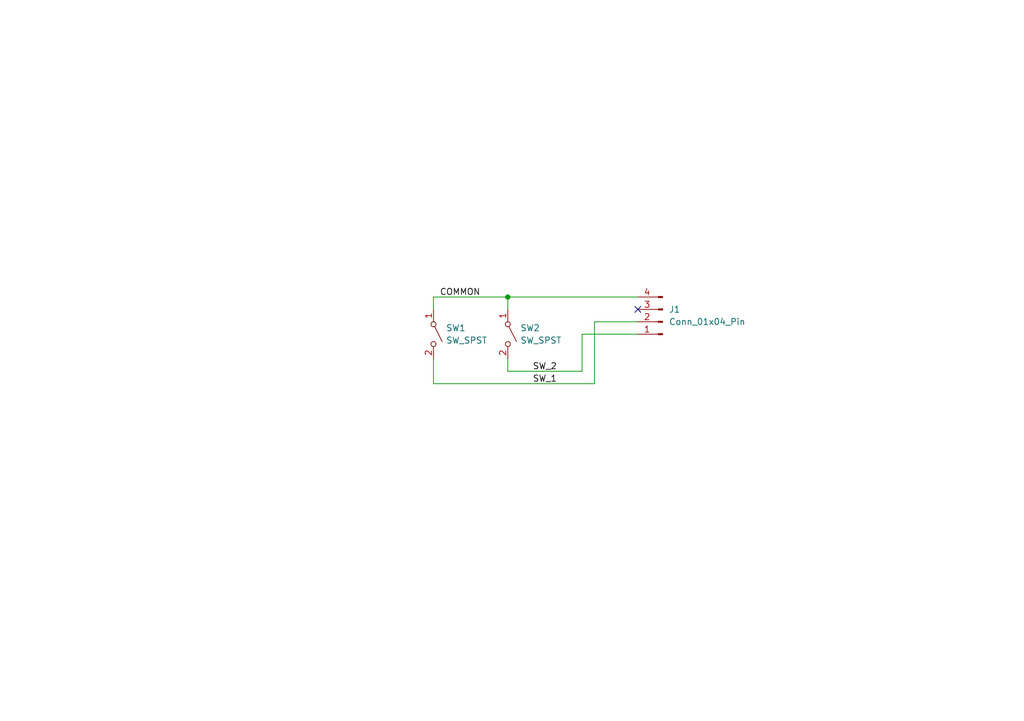
<source format=kicad_sch>
(kicad_sch (version 20231120) (generator "eeschema") (generator_version "8.0")
  (paper "A5")
  (title_block (title "Toggle Switch Breakout Schematic") (date "2024-06-08") (rev "0.1.1"))
  (lib_symbols
    (symbol "Connector:Conn_01x04_Pin" (pin_names (offset 1.016) hide)
      (property "Reference" "J" (at 0 5.08 0))
      (property "Value" "Conn_01x04_Pin" (at 0 -7.62 0))
      (symbol "Conn_01x04_Pin_1_1"
        (polyline (pts (xy 1.27 -5.08) (xy 0.8636 -5.08)) (stroke (width 0.1524)))
        (polyline (pts (xy 1.27 -2.54) (xy 0.8636 -2.54)) (stroke (width 0.1524)))
        (polyline (pts (xy 1.27 0) (xy 0.8636 0)) (stroke (width 0.1524)))
        (polyline (pts (xy 1.27 2.54) (xy 0.8636 2.54)) (stroke (width 0.1524)))
        (rectangle (start 0.8636 -4.953) (end 0 -5.207) (stroke (width 0.1524)) (fill (type outline)))
        (rectangle (start 0.8636 -2.413) (end 0 -2.667) (stroke (width 0.1524)) (fill (type outline)))
        (rectangle (start 0.8636 0.127) (end 0 -0.127) (stroke (width 0.1524)) (fill (type outline)))
        (rectangle (start 0.8636 2.667) (end 0 2.413) (stroke (width 0.1524)) (fill (type outline)))
        (pin passive line (at 5.08 2.54 180) (length 3.81) (name "Pin_1") (number "1"))
        (pin passive line (at 5.08 0 180) (length 3.81) (name "Pin_2") (number "2"))
        (pin passive line (at 5.08 -2.54 180) (length 3.81) (name "Pin_3") (number "3"))
        (pin passive line (at 5.08 -5.08 180) (length 3.81) (name "Pin_4") (number "4"))
      )
    )
    (symbol "Switch:SW_SPST" (pin_names (offset 0) hide)
      (property "Reference" "SW" (at 0 3.175 0))
      (property "Value" "SW_SPST" (at 0 -2.54 0))
      (symbol "SW_SPST_0_0"
        (circle (center -2.032 0) (radius 0.508))
        (polyline (pts (xy -1.524 0.254) (xy 1.524 1.778)))
        (circle (center 2.032 0) (radius 0.508))
      )
      (symbol "SW_SPST_1_1"
        (pin passive line (at -5.08 0 0) (length 2.54) (name "A") (number "1"))
        (pin passive line (at 5.08 0 180) (length 2.54) (name "B") (number "2"))
      )
    )
  )
  (junction (at 104.14 60.96))
  (no_connect (at 130.81 63.5))
  (wire (pts (xy 121.92 66.04) (xy 130.81 66.04)))
  (wire (pts (xy 119.38 68.58) (xy 119.38 76.2)))
  (wire (pts (xy 121.92 66.04) (xy 121.92 78.74)))
  (wire (pts (xy 104.14 63.5) (xy 104.14 60.96)))
  (wire (pts (xy 88.9 78.74) (xy 121.92 78.74)))
  (wire (pts (xy 119.38 68.58) (xy 130.81 68.58)))
  (wire (pts (xy 88.9 60.96) (xy 104.14 60.96)))
  (wire (pts (xy 88.9 73.66) (xy 88.9 78.74)))
  (wire (pts (xy 88.9 60.96) (xy 88.9 63.5)))
  (wire (pts (xy 104.14 73.66) (xy 104.14 76.2)))
  (wire (pts (xy 104.14 76.2) (xy 119.38 76.2)))
  (wire (pts (xy 104.14 60.96) (xy 130.81 60.96)))
  (label "COMMON" (at 90.17 60.96 0))
  (label "SW_1" (at 109.22 78.74 0))
  (label "SW_2" (at 109.22 76.2 0))
  (symbol (lib_id "Connector:Conn_01x04_Pin") (at 135.89 66.04 180) (unit 1)
    (property "Reference" "J1" (at 137.16 63.4999 0) (effects (justify right)))
    (property "Value" "Conn_01x04_Pin" (at 137.16 66.0399 0) (effects (justify right)))
    (property "Footprint" "Connector_PinHeader_2.54mm:PinHeader_1x04_P2.54mm_Vertical" (effects (hide yes)))
    (property "Description" "Generic connector, single row, 01x04, script generated" (effects (hide yes)))
  )
  (symbol (lib_id "Switch:SW_SPST") (at 104.14 68.58 270) (unit 1)
    (property "Reference" "SW2" (at 106.68 67.3099 90) (effects (justify left)))
    (property "Value" "SW_SPST" (at 106.68 69.8499 90) (effects (justify left)))
    (property "Footprint" "Custom:MTS-101" (effects (hide yes)))
    (property "Description" "Single Pole Single Throw (SPST) switch" (effects (hide yes)))
  )
  (symbol (lib_id "Switch:SW_SPST") (at 88.9 68.58 270) (unit 1)
    (property "Reference" "SW1" (at 91.44 67.3099 90) (effects (justify left)))
    (property "Value" "SW_SPST" (at 91.44 69.8499 90) (effects (justify left)))
    (property "Footprint" "Custom:MTS-101" (effects (hide yes)))
    (property "Description" "Single Pole Single Throw (SPST) switch" (effects (hide yes)))
  )
)
</source>
